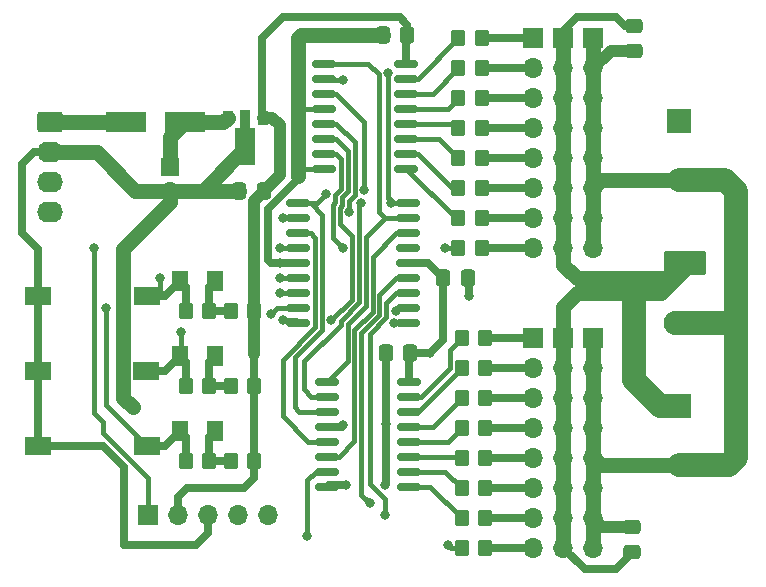
<source format=gtl>
%TF.GenerationSoftware,KiCad,Pcbnew,(5.99.0-9393-ga28cb98626)*%
%TF.CreationDate,2021-03-12T19:06:23-08:00*%
%TF.ProjectId,SimpleServoCtrl,53696d70-6c65-4536-9572-766f4374726c,n/c*%
%TF.SameCoordinates,Original*%
%TF.FileFunction,Copper,L1,Top*%
%TF.FilePolarity,Positive*%
%FSLAX46Y46*%
G04 Gerber Fmt 4.6, Leading zero omitted, Abs format (unit mm)*
G04 Created by KiCad (PCBNEW (5.99.0-9393-ga28cb98626)) date 2021-03-12 19:06:23*
%MOMM*%
%LPD*%
G01*
G04 APERTURE LIST*
G04 Aperture macros list*
%AMRoundRect*
0 Rectangle with rounded corners*
0 $1 Rounding radius*
0 $2 $3 $4 $5 $6 $7 $8 $9 X,Y pos of 4 corners*
0 Add a 4 corners polygon primitive as box body*
4,1,4,$2,$3,$4,$5,$6,$7,$8,$9,$2,$3,0*
0 Add four circle primitives for the rounded corners*
1,1,$1+$1,$2,$3*
1,1,$1+$1,$4,$5*
1,1,$1+$1,$6,$7*
1,1,$1+$1,$8,$9*
0 Add four rect primitives between the rounded corners*
20,1,$1+$1,$2,$3,$4,$5,0*
20,1,$1+$1,$4,$5,$6,$7,0*
20,1,$1+$1,$6,$7,$8,$9,0*
20,1,$1+$1,$8,$9,$2,$3,0*%
%AMFreePoly0*
4,1,9,3.862500,-0.866500,0.737500,-0.866500,0.737500,-0.450000,-0.737500,-0.450000,-0.737500,0.450000,0.737500,0.450000,0.737500,0.866500,3.862500,0.866500,3.862500,-0.866500,3.862500,-0.866500,$1*%
G04 Aperture macros list end*
%TA.AperFunction,SMDPad,CuDef*%
%ADD10FreePoly0,270.000000*%
%TD*%
%TA.AperFunction,SMDPad,CuDef*%
%ADD11R,0.900000X1.300000*%
%TD*%
%TA.AperFunction,SMDPad,CuDef*%
%ADD12RoundRect,0.150000X-0.837500X-0.150000X0.837500X-0.150000X0.837500X0.150000X-0.837500X0.150000X0*%
%TD*%
%TA.AperFunction,SMDPad,CuDef*%
%ADD13RoundRect,0.150000X-0.875000X-0.150000X0.875000X-0.150000X0.875000X0.150000X-0.875000X0.150000X0*%
%TD*%
%TA.AperFunction,SMDPad,CuDef*%
%ADD14R,2.180000X1.600000*%
%TD*%
%TA.AperFunction,SMDPad,CuDef*%
%ADD15RoundRect,0.250000X0.350000X0.450000X-0.350000X0.450000X-0.350000X-0.450000X0.350000X-0.450000X0*%
%TD*%
%TA.AperFunction,SMDPad,CuDef*%
%ADD16RoundRect,0.250000X-0.350000X-0.450000X0.350000X-0.450000X0.350000X0.450000X-0.350000X0.450000X0*%
%TD*%
%TA.AperFunction,ComponentPad*%
%ADD17O,3.600000X2.080000*%
%TD*%
%TA.AperFunction,ComponentPad*%
%ADD18RoundRect,0.249999X-1.550001X0.790001X-1.550001X-0.790001X1.550001X-0.790001X1.550001X0.790001X0*%
%TD*%
%TA.AperFunction,ComponentPad*%
%ADD19O,1.700000X1.700000*%
%TD*%
%TA.AperFunction,ComponentPad*%
%ADD20R,1.700000X1.700000*%
%TD*%
%TA.AperFunction,ComponentPad*%
%ADD21O,2.190000X1.740000*%
%TD*%
%TA.AperFunction,ComponentPad*%
%ADD22RoundRect,0.250000X-0.845000X0.620000X-0.845000X-0.620000X0.845000X-0.620000X0.845000X0.620000X0*%
%TD*%
%TA.AperFunction,SMDPad,CuDef*%
%ADD23R,3.500000X1.800000*%
%TD*%
%TA.AperFunction,SMDPad,CuDef*%
%ADD24RoundRect,0.250001X0.462499X0.624999X-0.462499X0.624999X-0.462499X-0.624999X0.462499X-0.624999X0*%
%TD*%
%TA.AperFunction,SMDPad,CuDef*%
%ADD25RoundRect,0.250000X0.475000X-0.337500X0.475000X0.337500X-0.475000X0.337500X-0.475000X-0.337500X0*%
%TD*%
%TA.AperFunction,SMDPad,CuDef*%
%ADD26RoundRect,0.250000X-0.475000X0.337500X-0.475000X-0.337500X0.475000X-0.337500X0.475000X0.337500X0*%
%TD*%
%TA.AperFunction,ComponentPad*%
%ADD27C,2.000000*%
%TD*%
%TA.AperFunction,ComponentPad*%
%ADD28R,2.000000X2.000000*%
%TD*%
%TA.AperFunction,SMDPad,CuDef*%
%ADD29RoundRect,0.250000X0.337500X0.475000X-0.337500X0.475000X-0.337500X-0.475000X0.337500X-0.475000X0*%
%TD*%
%TA.AperFunction,SMDPad,CuDef*%
%ADD30RoundRect,0.250000X-0.337500X-0.475000X0.337500X-0.475000X0.337500X0.475000X-0.337500X0.475000X0*%
%TD*%
%TA.AperFunction,ComponentPad*%
%ADD31C,1.600000*%
%TD*%
%TA.AperFunction,ComponentPad*%
%ADD32R,1.600000X1.600000*%
%TD*%
%TA.AperFunction,ViaPad*%
%ADD33C,0.800000*%
%TD*%
%TA.AperFunction,Conductor*%
%ADD34C,1.270000*%
%TD*%
%TA.AperFunction,Conductor*%
%ADD35C,0.381000*%
%TD*%
%TA.AperFunction,Conductor*%
%ADD36C,1.016000*%
%TD*%
%TA.AperFunction,Conductor*%
%ADD37C,0.635000*%
%TD*%
%TA.AperFunction,Conductor*%
%ADD38C,2.032000*%
%TD*%
G04 APERTURE END LIST*
D10*
%TO.P,U4,2,GND*%
%TO.N,GND*%
X149606000Y-62699500D03*
D11*
%TO.P,U4,3,IN*%
%TO.N,Net-(C1-Pad1)*%
X148106000Y-62612000D03*
%TO.P,U4,1,OUT*%
%TO.N,+5V*%
X151106000Y-62612000D03*
%TD*%
D12*
%TO.P,U3,16,VCC*%
%TO.N,+5V*%
X163482500Y-84963000D03*
%TO.P,U3,15,Y0*%
%TO.N,Net-(R9-Pad1)*%
X163482500Y-86233000D03*
%TO.P,U3,14,Y1*%
%TO.N,Net-(R10-Pad1)*%
X163482500Y-87503000D03*
%TO.P,U3,13,Y2*%
%TO.N,Net-(R11-Pad1)*%
X163482500Y-88773000D03*
%TO.P,U3,12,Y3*%
%TO.N,Net-(R12-Pad1)*%
X163482500Y-90043000D03*
%TO.P,U3,11,Y4*%
%TO.N,Net-(R13-Pad1)*%
X163482500Y-91313000D03*
%TO.P,U3,10,Y5*%
%TO.N,Net-(R14-Pad1)*%
X163482500Y-92583000D03*
%TO.P,U3,9,Y6*%
%TO.N,Net-(R15-Pad1)*%
X163482500Y-93853000D03*
%TO.P,U3,8,GND*%
%TO.N,GND*%
X156557500Y-93853000D03*
%TO.P,U3,7,Y7*%
%TO.N,Net-(R16-Pad1)*%
X156557500Y-92583000D03*
%TO.P,U3,6,E2*%
%TO.N,/CCP2*%
X156557500Y-91313000D03*
%TO.P,U3,5,~E1*%
%TO.N,Net-(U1-Pad3)*%
X156557500Y-90043000D03*
%TO.P,U3,4,~LE*%
%TO.N,GND*%
X156557500Y-88773000D03*
%TO.P,U3,3,A2*%
%TO.N,Net-(U1-Pad1)*%
X156557500Y-87503000D03*
%TO.P,U3,2,A1*%
%TO.N,Net-(U1-Pad18)*%
X156557500Y-86233000D03*
%TO.P,U3,1,A0*%
%TO.N,Net-(U1-Pad17)*%
X156557500Y-84963000D03*
%TD*%
%TO.P,U2,16,VCC*%
%TO.N,+5V*%
X163228500Y-58039000D03*
%TO.P,U2,15,Y0*%
%TO.N,Net-(R1-Pad1)*%
X163228500Y-59309000D03*
%TO.P,U2,14,Y1*%
%TO.N,Net-(R2-Pad1)*%
X163228500Y-60579000D03*
%TO.P,U2,13,Y2*%
%TO.N,Net-(R3-Pad1)*%
X163228500Y-61849000D03*
%TO.P,U2,12,Y3*%
%TO.N,Net-(R4-Pad1)*%
X163228500Y-63119000D03*
%TO.P,U2,11,Y4*%
%TO.N,Net-(R5-Pad1)*%
X163228500Y-64389000D03*
%TO.P,U2,10,Y5*%
%TO.N,Net-(R6-Pad1)*%
X163228500Y-65659000D03*
%TO.P,U2,9,Y6*%
%TO.N,Net-(R7-Pad1)*%
X163228500Y-66929000D03*
%TO.P,U2,8,GND*%
%TO.N,GND*%
X156303500Y-66929000D03*
%TO.P,U2,7,Y7*%
%TO.N,Net-(R8-Pad1)*%
X156303500Y-65659000D03*
%TO.P,U2,6,E2*%
%TO.N,/CCP1*%
X156303500Y-64389000D03*
%TO.P,U2,5,~E1*%
%TO.N,Net-(U1-Pad2)*%
X156303500Y-63119000D03*
%TO.P,U2,4,~LE*%
%TO.N,GND*%
X156303500Y-61849000D03*
%TO.P,U2,3,A2*%
%TO.N,Net-(U1-Pad1)*%
X156303500Y-60579000D03*
%TO.P,U2,2,A1*%
%TO.N,Net-(U1-Pad18)*%
X156303500Y-59309000D03*
%TO.P,U2,1,A0*%
%TO.N,Net-(U1-Pad17)*%
X156303500Y-58039000D03*
%TD*%
D13*
%TO.P,U1,18,AN1/RA1*%
%TO.N,Net-(U1-Pad18)*%
X163400000Y-69850000D03*
%TO.P,U1,17,AN0/RA0*%
%TO.N,Net-(U1-Pad17)*%
X163400000Y-71120000D03*
%TO.P,U1,16,CLKIN/OSC1/RA7*%
%TO.N,/CCP2*%
X163400000Y-72390000D03*
%TO.P,U1,15,CLKOUT/OSC2/RA6*%
%TO.N,unconnected-(U1-Pad15)*%
X163400000Y-73660000D03*
%TO.P,U1,14,VDD*%
%TO.N,+5V*%
X163400000Y-74930000D03*
%TO.P,U1,13,RB7/T1OSI/PGD*%
%TO.N,PGD*%
X163400000Y-76200000D03*
%TO.P,U1,12,RB6/T1OSC0/T1CKI/PGC*%
%TO.N,PGC*%
X163400000Y-77470000D03*
%TO.P,U1,11,RB5*%
%TO.N,SW3*%
X163400000Y-78740000D03*
%TO.P,U1,10,RB4/PGM*%
%TO.N,SW2*%
X163400000Y-80010000D03*
%TO.P,U1,9,RB3/CCP1*%
%TO.N,/CCP1*%
X154100000Y-80010000D03*
%TO.P,U1,8,RB2/TX/CK*%
%TO.N,TX*%
X154100000Y-78740000D03*
%TO.P,U1,7,RB1/RX/DT*%
%TO.N,RX*%
X154100000Y-77470000D03*
%TO.P,U1,6,RB0/INT*%
%TO.N,SW1*%
X154100000Y-76200000D03*
%TO.P,U1,5,VSS*%
%TO.N,GND*%
X154100000Y-74930000D03*
%TO.P,U1,4,~MCLR~/Vpp/RA5*%
%TO.N,VPP*%
X154100000Y-73660000D03*
%TO.P,U1,3,TOCKI/CMP2/RA4*%
%TO.N,Net-(U1-Pad3)*%
X154100000Y-72390000D03*
%TO.P,U1,2,CMP1/AN3/RA3*%
%TO.N,Net-(U1-Pad2)*%
X154100000Y-71120000D03*
%TO.P,U1,1,Vref/AN2/RA2*%
%TO.N,Net-(U1-Pad1)*%
X154100000Y-69850000D03*
%TD*%
D14*
%TO.P,SW3,2,2*%
%TO.N,SW3*%
X141242000Y-90424000D03*
%TO.P,SW3,1,1*%
%TO.N,GND*%
X132062000Y-90424000D03*
%TD*%
%TO.P,SW2,2,2*%
%TO.N,SW2*%
X141202225Y-84074000D03*
%TO.P,SW2,1,1*%
%TO.N,GND*%
X132022225Y-84074000D03*
%TD*%
%TO.P,SW1,2,2*%
%TO.N,SW1*%
X141242000Y-77724000D03*
%TO.P,SW1,1,1*%
%TO.N,GND*%
X132062000Y-77724000D03*
%TD*%
D15*
%TO.P,R22,2*%
%TO.N,SW3*%
X144542000Y-91694000D03*
%TO.P,R22,1*%
%TO.N,Net-(D3-Pad1)*%
X146542000Y-91694000D03*
%TD*%
%TO.P,R21,2*%
%TO.N,Net-(D3-Pad1)*%
X148352000Y-91694000D03*
%TO.P,R21,1*%
%TO.N,+5V*%
X150352000Y-91694000D03*
%TD*%
%TO.P,R20,2*%
%TO.N,SW2*%
X144542000Y-85344000D03*
%TO.P,R20,1*%
%TO.N,Net-(D2-Pad1)*%
X146542000Y-85344000D03*
%TD*%
%TO.P,R19,2*%
%TO.N,Net-(D2-Pad1)*%
X148352000Y-85344000D03*
%TO.P,R19,1*%
%TO.N,+5V*%
X150352000Y-85344000D03*
%TD*%
%TO.P,R18,2*%
%TO.N,SW1*%
X144542000Y-78994000D03*
%TO.P,R18,1*%
%TO.N,Net-(D1-Pad1)*%
X146542000Y-78994000D03*
%TD*%
%TO.P,R17,2*%
%TO.N,Net-(D1-Pad1)*%
X148352000Y-78994000D03*
%TO.P,R17,1*%
%TO.N,+5V*%
X150352000Y-78994000D03*
%TD*%
D16*
%TO.P,R16,2*%
%TO.N,Net-(J3-Pad8)*%
X169910000Y-99060000D03*
%TO.P,R16,1*%
%TO.N,Net-(R16-Pad1)*%
X167910000Y-99060000D03*
%TD*%
%TO.P,R15,2*%
%TO.N,Net-(J3-Pad7)*%
X169910000Y-96520000D03*
%TO.P,R15,1*%
%TO.N,Net-(R15-Pad1)*%
X167910000Y-96520000D03*
%TD*%
%TO.P,R14,2*%
%TO.N,Net-(J3-Pad6)*%
X169910000Y-93980000D03*
%TO.P,R14,1*%
%TO.N,Net-(R14-Pad1)*%
X167910000Y-93980000D03*
%TD*%
%TO.P,R13,2*%
%TO.N,Net-(J3-Pad5)*%
X169910000Y-91440000D03*
%TO.P,R13,1*%
%TO.N,Net-(R13-Pad1)*%
X167910000Y-91440000D03*
%TD*%
%TO.P,R12,2*%
%TO.N,Net-(J3-Pad4)*%
X169910000Y-88900000D03*
%TO.P,R12,1*%
%TO.N,Net-(R12-Pad1)*%
X167910000Y-88900000D03*
%TD*%
%TO.P,R11,2*%
%TO.N,Net-(J3-Pad3)*%
X169910000Y-86360000D03*
%TO.P,R11,1*%
%TO.N,Net-(R11-Pad1)*%
X167910000Y-86360000D03*
%TD*%
%TO.P,R10,2*%
%TO.N,Net-(J3-Pad2)*%
X169910000Y-83820000D03*
%TO.P,R10,1*%
%TO.N,Net-(R10-Pad1)*%
X167910000Y-83820000D03*
%TD*%
%TO.P,R9,2*%
%TO.N,Net-(J3-Pad1)*%
X169910000Y-81280000D03*
%TO.P,R9,1*%
%TO.N,Net-(R9-Pad1)*%
X167910000Y-81280000D03*
%TD*%
%TO.P,R8,2*%
%TO.N,Net-(J2-Pad8)*%
X169640000Y-73660000D03*
%TO.P,R8,1*%
%TO.N,Net-(R8-Pad1)*%
X167640000Y-73660000D03*
%TD*%
%TO.P,R7,2*%
%TO.N,Net-(J2-Pad7)*%
X169640000Y-71120000D03*
%TO.P,R7,1*%
%TO.N,Net-(R7-Pad1)*%
X167640000Y-71120000D03*
%TD*%
%TO.P,R6,2*%
%TO.N,Net-(J2-Pad6)*%
X169640000Y-68580000D03*
%TO.P,R6,1*%
%TO.N,Net-(R6-Pad1)*%
X167640000Y-68580000D03*
%TD*%
%TO.P,R5,2*%
%TO.N,Net-(J2-Pad5)*%
X169640000Y-66040000D03*
%TO.P,R5,1*%
%TO.N,Net-(R5-Pad1)*%
X167640000Y-66040000D03*
%TD*%
%TO.P,R4,2*%
%TO.N,Net-(J2-Pad4)*%
X169640000Y-63500000D03*
%TO.P,R4,1*%
%TO.N,Net-(R4-Pad1)*%
X167640000Y-63500000D03*
%TD*%
%TO.P,R3,2*%
%TO.N,Net-(J2-Pad3)*%
X169640000Y-60960000D03*
%TO.P,R3,1*%
%TO.N,Net-(R3-Pad1)*%
X167640000Y-60960000D03*
%TD*%
%TO.P,R2,2*%
%TO.N,Net-(J2-Pad2)*%
X169640000Y-58420000D03*
%TO.P,R2,1*%
%TO.N,Net-(R2-Pad1)*%
X167640000Y-58420000D03*
%TD*%
%TO.P,R1,2*%
%TO.N,Net-(J2-Pad1)*%
X169640000Y-55880000D03*
%TO.P,R1,1*%
%TO.N,Net-(R1-Pad1)*%
X167640000Y-55880000D03*
%TD*%
D17*
%TO.P,P1,2,Pin_2*%
%TO.N,GND*%
X186866500Y-80010000D03*
D18*
%TO.P,P1,1,Pin_1*%
%TO.N,+6V*%
X186866500Y-74930000D03*
%TD*%
D19*
%TO.P,J8,5,Pin_5*%
%TO.N,PGC*%
X151521000Y-96282000D03*
%TO.P,J8,4,Pin_4*%
%TO.N,PGD*%
X148981000Y-96282000D03*
%TO.P,J8,3,Pin_3*%
%TO.N,GND*%
X146441000Y-96282000D03*
%TO.P,J8,2,Pin_2*%
%TO.N,+5V*%
X143901000Y-96282000D03*
D20*
%TO.P,J8,1,Pin_1*%
%TO.N,VPP*%
X141361000Y-96282000D03*
%TD*%
D19*
%TO.P,J7,8,Pin_8*%
%TO.N,GND*%
X179070000Y-99060000D03*
%TO.P,J7,7,Pin_7*%
X179070000Y-96520000D03*
%TO.P,J7,6,Pin_6*%
X179070000Y-93980000D03*
%TO.P,J7,5,Pin_5*%
X179070000Y-91440000D03*
%TO.P,J7,4,Pin_4*%
X179070000Y-88900000D03*
%TO.P,J7,3,Pin_3*%
X179070000Y-86360000D03*
%TO.P,J7,2,Pin_2*%
X179070000Y-83820000D03*
D20*
%TO.P,J7,1,Pin_1*%
X179070000Y-81280000D03*
%TD*%
D19*
%TO.P,J6,8,Pin_8*%
%TO.N,GND*%
X179070000Y-73660000D03*
%TO.P,J6,7,Pin_7*%
X179070000Y-71120000D03*
%TO.P,J6,6,Pin_6*%
X179070000Y-68580000D03*
%TO.P,J6,5,Pin_5*%
X179070000Y-66040000D03*
%TO.P,J6,4,Pin_4*%
X179070000Y-63500000D03*
%TO.P,J6,3,Pin_3*%
X179070000Y-60960000D03*
%TO.P,J6,2,Pin_2*%
X179070000Y-58420000D03*
D20*
%TO.P,J6,1,Pin_1*%
X179070000Y-55880000D03*
%TD*%
D19*
%TO.P,J5,8,Pin_8*%
%TO.N,+6V*%
X176530000Y-99060000D03*
%TO.P,J5,7,Pin_7*%
X176530000Y-96520000D03*
%TO.P,J5,6,Pin_6*%
X176530000Y-93980000D03*
%TO.P,J5,5,Pin_5*%
X176530000Y-91440000D03*
%TO.P,J5,4,Pin_4*%
X176530000Y-88900000D03*
%TO.P,J5,3,Pin_3*%
X176530000Y-86360000D03*
%TO.P,J5,2,Pin_2*%
X176530000Y-83820000D03*
D20*
%TO.P,J5,1,Pin_1*%
X176530000Y-81280000D03*
%TD*%
D19*
%TO.P,J4,8,Pin_8*%
%TO.N,+6V*%
X176530000Y-73660000D03*
%TO.P,J4,7,Pin_7*%
X176530000Y-71120000D03*
%TO.P,J4,6,Pin_6*%
X176530000Y-68580000D03*
%TO.P,J4,5,Pin_5*%
X176530000Y-66040000D03*
%TO.P,J4,4,Pin_4*%
X176530000Y-63500000D03*
%TO.P,J4,3,Pin_3*%
X176530000Y-60960000D03*
%TO.P,J4,2,Pin_2*%
X176530000Y-58420000D03*
D20*
%TO.P,J4,1,Pin_1*%
X176530000Y-55880000D03*
%TD*%
D19*
%TO.P,J3,8,Pin_8*%
%TO.N,Net-(J3-Pad8)*%
X173990000Y-99060000D03*
%TO.P,J3,7,Pin_7*%
%TO.N,Net-(J3-Pad7)*%
X173990000Y-96520000D03*
%TO.P,J3,6,Pin_6*%
%TO.N,Net-(J3-Pad6)*%
X173990000Y-93980000D03*
%TO.P,J3,5,Pin_5*%
%TO.N,Net-(J3-Pad5)*%
X173990000Y-91440000D03*
%TO.P,J3,4,Pin_4*%
%TO.N,Net-(J3-Pad4)*%
X173990000Y-88900000D03*
%TO.P,J3,3,Pin_3*%
%TO.N,Net-(J3-Pad3)*%
X173990000Y-86360000D03*
%TO.P,J3,2,Pin_2*%
%TO.N,Net-(J3-Pad2)*%
X173990000Y-83820000D03*
D20*
%TO.P,J3,1,Pin_1*%
%TO.N,Net-(J3-Pad1)*%
X173990000Y-81280000D03*
%TD*%
D19*
%TO.P,J2,8,Pin_8*%
%TO.N,Net-(J2-Pad8)*%
X173990000Y-73660000D03*
%TO.P,J2,7,Pin_7*%
%TO.N,Net-(J2-Pad7)*%
X173990000Y-71120000D03*
%TO.P,J2,6,Pin_6*%
%TO.N,Net-(J2-Pad6)*%
X173990000Y-68580000D03*
%TO.P,J2,5,Pin_5*%
%TO.N,Net-(J2-Pad5)*%
X173990000Y-66040000D03*
%TO.P,J2,4,Pin_4*%
%TO.N,Net-(J2-Pad4)*%
X173990000Y-63500000D03*
%TO.P,J2,3,Pin_3*%
%TO.N,Net-(J2-Pad3)*%
X173990000Y-60960000D03*
%TO.P,J2,2,Pin_2*%
%TO.N,Net-(J2-Pad2)*%
X173990000Y-58420000D03*
D20*
%TO.P,J2,1,Pin_1*%
%TO.N,Net-(J2-Pad1)*%
X173990000Y-55880000D03*
%TD*%
D21*
%TO.P,J1,4,P4*%
%TO.N,RX*%
X133096000Y-70612000D03*
%TO.P,J1,3,P3*%
%TO.N,TX*%
X133096000Y-68072000D03*
%TO.P,J1,2,P2*%
%TO.N,GND*%
X133096000Y-65532000D03*
D22*
%TO.P,J1,1,P1*%
%TO.N,+12V*%
X133096000Y-62992000D03*
%TD*%
D23*
%TO.P,D4,2,K*%
%TO.N,Net-(C1-Pad1)*%
X144486000Y-62992000D03*
%TO.P,D4,1,A*%
%TO.N,+12V*%
X139486000Y-62992000D03*
%TD*%
D24*
%TO.P,D3,2,K*%
%TO.N,SW3*%
X144054500Y-89154000D03*
%TO.P,D3,1,A*%
%TO.N,Net-(D3-Pad1)*%
X147029500Y-89154000D03*
%TD*%
%TO.P,D2,2,K*%
%TO.N,SW2*%
X144054500Y-82804000D03*
%TO.P,D2,1,A*%
%TO.N,Net-(D2-Pad1)*%
X147029500Y-82804000D03*
%TD*%
%TO.P,D1,2,K*%
%TO.N,SW1*%
X144054500Y-76454000D03*
%TO.P,D1,1,A*%
%TO.N,Net-(D1-Pad1)*%
X147029500Y-76454000D03*
%TD*%
D25*
%TO.P,C9,2*%
%TO.N,GND*%
X182372000Y-97282000D03*
%TO.P,C9,1*%
%TO.N,+6V*%
X182372000Y-99357000D03*
%TD*%
D26*
%TO.P,C8,2*%
%TO.N,GND*%
X182509000Y-56955000D03*
%TO.P,C8,1*%
%TO.N,+6V*%
X182509000Y-54880000D03*
%TD*%
D27*
%TO.P,C7,2*%
%TO.N,GND*%
X186319000Y-67926323D03*
D28*
%TO.P,C7,1*%
%TO.N,+6V*%
X186319000Y-62926323D03*
%TD*%
D27*
%TO.P,C6,2*%
%TO.N,GND*%
X186319000Y-92056323D03*
D28*
%TO.P,C6,1*%
%TO.N,+6V*%
X186319000Y-87056323D03*
%TD*%
D29*
%TO.P,C5,2*%
%TO.N,GND*%
X161501000Y-82550000D03*
%TO.P,C5,1*%
%TO.N,+5V*%
X163576000Y-82550000D03*
%TD*%
%TO.P,C4,2*%
%TO.N,GND*%
X161247000Y-55626000D03*
%TO.P,C4,1*%
%TO.N,+5V*%
X163322000Y-55626000D03*
%TD*%
D30*
%TO.P,C3,2*%
%TO.N,GND*%
X168423500Y-76200000D03*
%TO.P,C3,1*%
%TO.N,+5V*%
X166348500Y-76200000D03*
%TD*%
D29*
%TO.P,C2,2*%
%TO.N,GND*%
X149076500Y-68834000D03*
%TO.P,C2,1*%
%TO.N,+5V*%
X151151500Y-68834000D03*
%TD*%
D31*
%TO.P,C1,2*%
%TO.N,GND*%
X143256000Y-68802000D03*
D32*
%TO.P,C1,1*%
%TO.N,Net-(C1-Pad1)*%
X143256000Y-66802000D03*
%TD*%
D33*
%TO.N,GND*%
X140091000Y-87138000D03*
%TO.N,TX*%
X151775000Y-79264000D03*
%TO.N,RX*%
X152537000Y-77486000D03*
%TO.N,+5V*%
X150352000Y-82667000D03*
X165253000Y-82550000D03*
%TO.N,GND*%
X157871000Y-88662000D03*
X161501000Y-88588000D03*
X161427000Y-93742000D03*
X158125000Y-93742000D03*
%TO.N,Net-(U1-Pad2)*%
X158379000Y-70628000D03*
X152791000Y-71136000D03*
%TO.N,/CCP1*%
X152791000Y-79772000D03*
X156887045Y-79772000D03*
%TO.N,GND*%
X152537000Y-74946000D03*
X168539000Y-77740000D03*
X154061000Y-67580000D03*
%TO.N,VPP*%
X152537000Y-73676000D03*
X136789000Y-73676000D03*
%TO.N,SW3*%
X162328565Y-78998739D03*
X137805000Y-78756000D03*
%TO.N,SW2*%
X162189000Y-80026000D03*
X144155000Y-80788000D03*
%TO.N,SW1*%
X142377000Y-76216000D03*
X152537000Y-76216000D03*
%TO.N,PGD*%
X160157000Y-95266000D03*
%TO.N,PGC*%
X161427000Y-96282000D03*
%TO.N,Net-(R16-Pad1)*%
X154823000Y-98060000D03*
X166761000Y-98822000D03*
%TO.N,Net-(U1-Pad1)*%
X159677510Y-68709054D03*
X156427208Y-69096474D03*
%TO.N,Net-(U1-Pad18)*%
X159395000Y-69866000D03*
X161935000Y-69866000D03*
X157871000Y-59452000D03*
X161702276Y-58837370D03*
%TO.N,Net-(R8-Pad1)*%
X166507000Y-73676000D03*
X157842490Y-73676000D03*
%TD*%
D34*
%TO.N,GND*%
X143256000Y-68802000D02*
X143256000Y-69749000D01*
X143256000Y-69749000D02*
X139329000Y-73676000D01*
X139329000Y-73676000D02*
X139277214Y-73727786D01*
X139277214Y-73727786D02*
X139277214Y-86324214D01*
X139277214Y-86324214D02*
X140091000Y-87138000D01*
D35*
%TO.N,TX*%
X152299000Y-78740000D02*
X151775000Y-79264000D01*
X154100000Y-78740000D02*
X152299000Y-78740000D01*
%TO.N,RX*%
X154100000Y-77470000D02*
X152553000Y-77470000D01*
X152553000Y-77470000D02*
X152537000Y-77486000D01*
D36*
%TO.N,+5V*%
X150352000Y-69633500D02*
X150352000Y-70983000D01*
X150352000Y-69633500D02*
X150352000Y-78994000D01*
X151151500Y-68834000D02*
X150352000Y-69633500D01*
D37*
X150352000Y-85344000D02*
X150352000Y-82667000D01*
D36*
X150352000Y-82667000D02*
X150352000Y-78994000D01*
D37*
%TO.N,GND*%
X156557500Y-88773000D02*
X157760000Y-88773000D01*
X157760000Y-88773000D02*
X157871000Y-88662000D01*
D35*
%TO.N,PGC*%
X162375000Y-77470000D02*
X163400000Y-77470000D01*
D37*
%TO.N,GND*%
X161501000Y-93668000D02*
X161427000Y-93742000D01*
D35*
%TO.N,PGC*%
X161538055Y-79526293D02*
X161538055Y-78306945D01*
D37*
%TO.N,GND*%
X158125000Y-93742000D02*
X156668500Y-93742000D01*
D35*
%TO.N,PGC*%
X160157000Y-80907348D02*
X161538055Y-79526293D01*
D37*
%TO.N,GND*%
X161501000Y-82550000D02*
X161501000Y-93668000D01*
D35*
%TO.N,PGC*%
X161538055Y-78306945D02*
X162375000Y-77470000D01*
X161427000Y-94911942D02*
X160157000Y-93641942D01*
D37*
%TO.N,GND*%
X156668500Y-93742000D02*
X156557500Y-93853000D01*
D35*
%TO.N,PGC*%
X161427000Y-96282000D02*
X161427000Y-94911942D01*
X160157000Y-93641942D02*
X160157000Y-80907348D01*
D37*
%TO.N,+5V*%
X166348500Y-81454500D02*
X166348500Y-76200000D01*
X163576000Y-82550000D02*
X165253000Y-82550000D01*
X165253000Y-82550000D02*
X166348500Y-81454500D01*
D35*
%TO.N,Net-(U1-Pad2)*%
X158379000Y-70628000D02*
X158379000Y-69712043D01*
X158379000Y-69712043D02*
X158887000Y-69204043D01*
%TO.N,Net-(R8-Pad1)*%
X157216978Y-69798406D02*
X157007488Y-70007896D01*
X157216978Y-69130676D02*
X157216978Y-69798406D01*
%TO.N,/CCP1*%
X158633000Y-78026045D02*
X156887045Y-79772000D01*
%TO.N,Net-(U1-Pad2)*%
X158887000Y-64715000D02*
X158887000Y-69204043D01*
%TO.N,/CCP1*%
X157588499Y-70248559D02*
X157588499Y-71615499D01*
%TO.N,Net-(R8-Pad1)*%
X157291000Y-65659000D02*
X157724978Y-66092978D01*
%TO.N,/CCP1*%
X158633000Y-72660000D02*
X158633000Y-78026045D01*
%TO.N,Net-(R8-Pad1)*%
X157724978Y-66092978D02*
X157724978Y-68622675D01*
X157007488Y-72840998D02*
X157842490Y-73676000D01*
%TO.N,/CCP1*%
X158305989Y-68863338D02*
X157797989Y-69371338D01*
X157797989Y-70039069D02*
X157588499Y-70248559D01*
X156303500Y-64389000D02*
X157291000Y-64389000D01*
X157797989Y-69371338D02*
X157797989Y-70039069D01*
%TO.N,Net-(U1-Pad2)*%
X154084000Y-71136000D02*
X154100000Y-71120000D01*
%TO.N,/CCP1*%
X157588499Y-71615499D02*
X158633000Y-72660000D01*
%TO.N,Net-(R8-Pad1)*%
X157724978Y-68622675D02*
X157216978Y-69130676D01*
X157007488Y-70007896D02*
X157007488Y-72840998D01*
%TO.N,Net-(U1-Pad1)*%
X156303500Y-60579000D02*
X157291000Y-60579000D01*
%TO.N,/CCP1*%
X157291000Y-64389000D02*
X158305989Y-65403989D01*
%TO.N,Net-(U1-Pad2)*%
X156303500Y-63119000D02*
X157291000Y-63119000D01*
X157291000Y-63119000D02*
X158887000Y-64715000D01*
%TO.N,Net-(R8-Pad1)*%
X156303500Y-65659000D02*
X157291000Y-65659000D01*
%TO.N,Net-(U1-Pad1)*%
X154100000Y-69850000D02*
X155673682Y-69850000D01*
X155673682Y-69850000D02*
X156427208Y-69096474D01*
X159677510Y-62965510D02*
X159677510Y-68709054D01*
%TO.N,Net-(U1-Pad2)*%
X152791000Y-71136000D02*
X154084000Y-71136000D01*
%TO.N,Net-(U1-Pad1)*%
X157291000Y-60579000D02*
X159677510Y-62965510D01*
%TO.N,/CCP1*%
X158305989Y-65403989D02*
X158305989Y-68863338D01*
X153862000Y-79772000D02*
X154100000Y-80010000D01*
X152791000Y-79772000D02*
X153862000Y-79772000D01*
%TO.N,Net-(U1-Pad17)*%
X158258553Y-83261947D02*
X158258553Y-80106063D01*
%TO.N,/CCP2*%
X160376033Y-74388967D02*
X160376033Y-79044967D01*
%TO.N,Net-(U1-Pad3)*%
X152791000Y-83108412D02*
X155515520Y-80383892D01*
X155515520Y-72780520D02*
X155125000Y-72390000D01*
%TO.N,Net-(U1-Pad1)*%
X153807000Y-87138000D02*
X153807000Y-82914086D01*
%TO.N,PGD*%
X159420575Y-94529575D02*
X159420575Y-80822099D01*
%TO.N,/CCP2*%
X160376033Y-79044967D02*
X158839564Y-80581436D01*
%TO.N,Net-(U1-Pad3)*%
X155125000Y-72390000D02*
X154100000Y-72390000D01*
%TO.N,Net-(U1-Pad1)*%
X156557500Y-87503000D02*
X154172000Y-87503000D01*
X156096531Y-80624555D02*
X156096531Y-70821531D01*
%TO.N,Net-(U1-Pad3)*%
X152791000Y-87900000D02*
X152791000Y-83108412D01*
%TO.N,PGD*%
X160157000Y-95266000D02*
X159420575Y-94529575D01*
%TO.N,/CCP2*%
X158839564Y-90018436D02*
X157545000Y-91313000D01*
%TO.N,PGD*%
X159420575Y-80822099D02*
X160957044Y-79285630D01*
%TO.N,Net-(U1-Pad17)*%
X158258553Y-80106063D02*
X159795022Y-78569594D01*
%TO.N,Net-(U1-Pad18)*%
X156557500Y-86233000D02*
X155188000Y-86233000D01*
X159214011Y-78266704D02*
X159214011Y-70046989D01*
X154569000Y-85614000D02*
X154569000Y-83259983D01*
%TO.N,PGD*%
X160957044Y-79285630D02*
X160957044Y-77617956D01*
X160957044Y-77617956D02*
X162375000Y-76200000D01*
%TO.N,Net-(U1-Pad18)*%
X159214011Y-70046989D02*
X159395000Y-69866000D01*
%TO.N,PGD*%
X162375000Y-76200000D02*
X163400000Y-76200000D01*
%TO.N,Net-(U1-Pad3)*%
X155515520Y-80383892D02*
X155515520Y-72780520D01*
%TO.N,Net-(U1-Pad1)*%
X154172000Y-87503000D02*
X153807000Y-87138000D01*
%TO.N,/CCP2*%
X157545000Y-91313000D02*
X156557500Y-91313000D01*
%TO.N,Net-(U1-Pad18)*%
X157677542Y-79803173D02*
X159214011Y-78266704D01*
%TO.N,Net-(U1-Pad17)*%
X159795022Y-78569594D02*
X159795022Y-72735978D01*
%TO.N,Net-(U1-Pad18)*%
X155188000Y-86233000D02*
X154569000Y-85614000D01*
%TO.N,Net-(U1-Pad17)*%
X159795022Y-72735978D02*
X161411000Y-71120000D01*
%TO.N,Net-(U1-Pad18)*%
X154569000Y-83259983D02*
X157677542Y-80151441D01*
%TO.N,/CCP2*%
X163400000Y-72390000D02*
X162375000Y-72390000D01*
%TO.N,SW3*%
X163400000Y-78740000D02*
X162587304Y-78740000D01*
%TO.N,Net-(U1-Pad1)*%
X156096531Y-70821531D02*
X155125000Y-69850000D01*
%TO.N,/CCP2*%
X158839564Y-80581436D02*
X158839564Y-90018436D01*
%TO.N,Net-(U1-Pad1)*%
X155125000Y-69850000D02*
X154100000Y-69850000D01*
%TO.N,Net-(U1-Pad17)*%
X156557500Y-84963000D02*
X158258553Y-83261947D01*
%TO.N,/CCP2*%
X162375000Y-72390000D02*
X160376033Y-74388967D01*
%TO.N,Net-(U1-Pad18)*%
X157677542Y-80151441D02*
X157677542Y-79803173D01*
%TO.N,Net-(U1-Pad3)*%
X154934000Y-90043000D02*
X152791000Y-87900000D01*
X156557500Y-90043000D02*
X154934000Y-90043000D01*
%TO.N,SW3*%
X162587304Y-78740000D02*
X162328565Y-78998739D01*
%TO.N,Net-(U1-Pad1)*%
X153807000Y-82914086D02*
X156096531Y-80624555D01*
D37*
%TO.N,+5V*%
X151013000Y-62519000D02*
X151106000Y-62612000D01*
X163322000Y-55626000D02*
X163322000Y-54743000D01*
X163322000Y-54743000D02*
X162697000Y-54118000D01*
X162697000Y-54118000D02*
X152791000Y-54118000D01*
X152791000Y-54118000D02*
X151013000Y-55896000D01*
X151013000Y-55896000D02*
X151013000Y-62519000D01*
%TO.N,GND*%
X151521000Y-70362438D02*
X154061000Y-67822438D01*
X152537000Y-74946000D02*
X151775000Y-74946000D01*
X151775000Y-74946000D02*
X151521000Y-74692000D01*
X151521000Y-74692000D02*
X151521000Y-70362438D01*
X154061000Y-67822438D02*
X154061000Y-67580000D01*
X154100000Y-74930000D02*
X152553000Y-74930000D01*
X152553000Y-74930000D02*
X152537000Y-74946000D01*
X168539000Y-76315500D02*
X168423500Y-76200000D01*
X168539000Y-77740000D02*
X168539000Y-76315500D01*
D34*
X154331000Y-55626000D02*
X161247000Y-55626000D01*
X154061000Y-67580000D02*
X154061000Y-55896000D01*
X154061000Y-55896000D02*
X154331000Y-55626000D01*
D37*
X131725000Y-65532000D02*
X133096000Y-65532000D01*
X130693000Y-72406000D02*
X130693000Y-66564000D01*
X132062000Y-77724000D02*
X132062000Y-73775000D01*
X132062000Y-73775000D02*
X130693000Y-72406000D01*
X130693000Y-66564000D02*
X131725000Y-65532000D01*
%TO.N,Net-(J3-Pad8)*%
X169910000Y-99060000D02*
X173990000Y-99060000D01*
%TO.N,Net-(J3-Pad7)*%
X169910000Y-96520000D02*
X173990000Y-96520000D01*
%TO.N,Net-(J3-Pad6)*%
X169910000Y-93980000D02*
X173990000Y-93980000D01*
%TO.N,Net-(J3-Pad5)*%
X169910000Y-91440000D02*
X173990000Y-91440000D01*
%TO.N,Net-(J3-Pad4)*%
X169910000Y-88900000D02*
X173990000Y-88900000D01*
%TO.N,Net-(J3-Pad3)*%
X169910000Y-86360000D02*
X173990000Y-86360000D01*
%TO.N,Net-(J3-Pad2)*%
X169910000Y-83820000D02*
X173990000Y-83820000D01*
%TO.N,Net-(J3-Pad1)*%
X169910000Y-81280000D02*
X173990000Y-81280000D01*
D35*
%TO.N,VPP*%
X154100000Y-73660000D02*
X152553000Y-73660000D01*
X136789000Y-73676000D02*
X136789000Y-87646000D01*
X141361000Y-93135920D02*
X141361000Y-96282000D01*
X136789000Y-87646000D02*
X137551000Y-88408000D01*
X152553000Y-73660000D02*
X152537000Y-73676000D01*
X137551000Y-88408000D02*
X137551000Y-89325920D01*
X137551000Y-89325920D02*
X141361000Y-93135920D01*
%TO.N,SW3*%
X137805000Y-78756000D02*
X137805000Y-86987000D01*
X137805000Y-86987000D02*
X141242000Y-90424000D01*
%TO.N,SW2*%
X163400000Y-80010000D02*
X162205000Y-80010000D01*
X162205000Y-80010000D02*
X162189000Y-80026000D01*
X144155000Y-80788000D02*
X144155000Y-82703500D01*
X144155000Y-82703500D02*
X144054500Y-82804000D01*
%TO.N,SW1*%
X154100000Y-76200000D02*
X152553000Y-76200000D01*
X152553000Y-76200000D02*
X152537000Y-76216000D01*
X142377000Y-76216000D02*
X142377000Y-77316500D01*
X142377000Y-77316500D02*
X142784500Y-77724000D01*
D37*
%TO.N,GND*%
X139329000Y-92218000D02*
X138821000Y-91710000D01*
X146441000Y-96282000D02*
X146441000Y-97806000D01*
X145425000Y-98822000D02*
X139329000Y-98822000D01*
X139329000Y-92218000D02*
X137535000Y-90424000D01*
X146441000Y-97806000D02*
X145425000Y-98822000D01*
X139329000Y-98822000D02*
X139329000Y-92218000D01*
X137535000Y-90424000D02*
X132062000Y-90424000D01*
%TO.N,+5V*%
X143901000Y-96282000D02*
X143901000Y-94758000D01*
X150352000Y-93133000D02*
X150352000Y-91694000D01*
X143901000Y-94758000D02*
X144663000Y-93996000D01*
X144663000Y-93996000D02*
X149489000Y-93996000D01*
X149489000Y-93996000D02*
X150352000Y-93133000D01*
D35*
%TO.N,Net-(R16-Pad1)*%
X167910000Y-99060000D02*
X166999000Y-99060000D01*
X155570000Y-92583000D02*
X156557500Y-92583000D01*
X166999000Y-99060000D02*
X166761000Y-98822000D01*
X154823000Y-98060000D02*
X154823000Y-93330000D01*
X154823000Y-93330000D02*
X155570000Y-92583000D01*
%TO.N,Net-(U1-Pad18)*%
X161935000Y-69866000D02*
X163384000Y-69866000D01*
X163384000Y-69866000D02*
X163400000Y-69850000D01*
X162173000Y-69850000D02*
X161935000Y-69612000D01*
X161702276Y-69379276D02*
X161702276Y-58837370D01*
X157871000Y-59452000D02*
X156446500Y-59452000D01*
X163400000Y-69850000D02*
X162173000Y-69850000D01*
X161935000Y-69612000D02*
X161702276Y-69379276D01*
X156446500Y-59452000D02*
X156303500Y-59309000D01*
%TO.N,Net-(U1-Pad17)*%
X161411000Y-71120000D02*
X163400000Y-71120000D01*
X156303500Y-58039000D02*
X160014000Y-58039000D01*
X160014000Y-58039000D02*
X160919000Y-58944000D01*
X160919000Y-70628000D02*
X161411000Y-71120000D01*
X160919000Y-58944000D02*
X160919000Y-70628000D01*
%TO.N,GND*%
X154458000Y-61849000D02*
X156303500Y-61849000D01*
X156303500Y-66929000D02*
X154426000Y-66929000D01*
X154426000Y-66929000D02*
X154061000Y-66564000D01*
X154061000Y-66564000D02*
X154061000Y-62246000D01*
X154061000Y-62246000D02*
X154458000Y-61849000D01*
%TO.N,Net-(R8-Pad1)*%
X166523000Y-73660000D02*
X166507000Y-73676000D01*
X167640000Y-73660000D02*
X166523000Y-73660000D01*
D37*
%TO.N,+6V*%
X178324000Y-100854000D02*
X176530000Y-99060000D01*
X182372000Y-99357000D02*
X182372000Y-99467000D01*
X182372000Y-99467000D02*
X180985000Y-100854000D01*
X180985000Y-100854000D02*
X178324000Y-100854000D01*
X180985000Y-54118000D02*
X177683000Y-54118000D01*
X182509000Y-54880000D02*
X181747000Y-54880000D01*
X181747000Y-54880000D02*
X180985000Y-54118000D01*
X177683000Y-54118000D02*
X176530000Y-55271000D01*
X176530000Y-55271000D02*
X176530000Y-55880000D01*
D34*
X177683000Y-77486000D02*
X182509000Y-77486000D01*
X182509000Y-77486000D02*
X184795000Y-77486000D01*
D38*
X182509000Y-84852000D02*
X182509000Y-77486000D01*
X186319000Y-87056323D02*
X184713323Y-87056323D01*
X184713323Y-87056323D02*
X182509000Y-84852000D01*
D34*
X186866500Y-75414500D02*
X186866500Y-74930000D01*
X176530000Y-81280000D02*
X176530000Y-78639000D01*
X176530000Y-78639000D02*
X177683000Y-77486000D01*
X184795000Y-77486000D02*
X186866500Y-75414500D01*
X185580500Y-76216000D02*
X186866500Y-74930000D01*
X176530000Y-73660000D02*
X176530000Y-75063000D01*
X176530000Y-75063000D02*
X177683000Y-76216000D01*
X177683000Y-76216000D02*
X185580500Y-76216000D01*
D38*
%TO.N,GND*%
X191145000Y-68850000D02*
X191145000Y-80280000D01*
X191145000Y-80280000D02*
X191145000Y-91456000D01*
X186866500Y-80010000D02*
X190875000Y-80010000D01*
X190875000Y-80010000D02*
X191145000Y-80280000D01*
X190544677Y-92056323D02*
X186319000Y-92056323D01*
X191145000Y-91456000D02*
X190544677Y-92056323D01*
X186319000Y-67926323D02*
X190221323Y-67926323D01*
X190221323Y-67926323D02*
X191145000Y-68850000D01*
D36*
X182509000Y-56955000D02*
X180535000Y-56955000D01*
X180535000Y-56955000D02*
X179070000Y-58420000D01*
X182372000Y-97282000D02*
X179832000Y-97282000D01*
X179832000Y-97282000D02*
X179070000Y-96520000D01*
D34*
X186319000Y-92056323D02*
X179686323Y-92056323D01*
X179686323Y-92056323D02*
X179070000Y-91440000D01*
X186319000Y-67926323D02*
X179723677Y-67926323D01*
X179723677Y-67926323D02*
X179070000Y-68580000D01*
D37*
%TO.N,+5V*%
X150352000Y-91694000D02*
X150352000Y-85344000D01*
X163482500Y-84963000D02*
X163482500Y-82643500D01*
X163482500Y-82643500D02*
X163576000Y-82550000D01*
%TO.N,Net-(D1-Pad1)*%
X146542000Y-78994000D02*
X148352000Y-78994000D01*
X146542000Y-78994000D02*
X146542000Y-76941500D01*
X146542000Y-76941500D02*
X147029500Y-76454000D01*
%TO.N,Net-(D2-Pad1)*%
X146542000Y-85344000D02*
X148352000Y-85344000D01*
X146542000Y-85344000D02*
X146542000Y-83291500D01*
X146542000Y-83291500D02*
X147029500Y-82804000D01*
%TO.N,Net-(D3-Pad1)*%
X146542000Y-91694000D02*
X148352000Y-91694000D01*
X146542000Y-91694000D02*
X146542000Y-89641500D01*
X146542000Y-89641500D02*
X147029500Y-89154000D01*
%TO.N,SW3*%
X144542000Y-91694000D02*
X144542000Y-89641500D01*
X144542000Y-89641500D02*
X144054500Y-89154000D01*
X141242000Y-90424000D02*
X142784500Y-90424000D01*
X142784500Y-90424000D02*
X144054500Y-89154000D01*
%TO.N,SW2*%
X144542000Y-85344000D02*
X144542000Y-83291500D01*
X144542000Y-83291500D02*
X144054500Y-82804000D01*
X141202225Y-84074000D02*
X142784500Y-84074000D01*
X142784500Y-84074000D02*
X144054500Y-82804000D01*
%TO.N,SW1*%
X144542000Y-78994000D02*
X144542000Y-76941500D01*
X144542000Y-76941500D02*
X144054500Y-76454000D01*
X141242000Y-77724000D02*
X142784500Y-77724000D01*
X142784500Y-77724000D02*
X144054500Y-76454000D01*
%TO.N,GND*%
X132022225Y-84074000D02*
X132022225Y-77763775D01*
X132022225Y-77763775D02*
X132062000Y-77724000D01*
X132062000Y-90424000D02*
X132062000Y-84113775D01*
X132062000Y-84113775D02*
X132022225Y-84074000D01*
%TO.N,+5V*%
X163400000Y-74930000D02*
X165078500Y-74930000D01*
X165078500Y-74930000D02*
X166348500Y-76200000D01*
X163228500Y-58039000D02*
X163228500Y-55719500D01*
X163228500Y-55719500D02*
X163322000Y-55626000D01*
D36*
X151887000Y-62612000D02*
X152537000Y-63262000D01*
X151106000Y-62612000D02*
X151887000Y-62612000D01*
X152537000Y-67448500D02*
X151151500Y-68834000D01*
X152537000Y-63262000D02*
X152537000Y-67448500D01*
D34*
%TO.N,GND*%
X145981000Y-68802000D02*
X149044500Y-68802000D01*
X149044500Y-68802000D02*
X149076500Y-68834000D01*
X143256000Y-68802000D02*
X145981000Y-68802000D01*
X145981000Y-68802000D02*
X149606000Y-65177000D01*
X140297000Y-68802000D02*
X143256000Y-68802000D01*
X133096000Y-65532000D02*
X137027000Y-65532000D01*
X137027000Y-65532000D02*
X140297000Y-68802000D01*
%TO.N,Net-(C1-Pad1)*%
X144486000Y-62992000D02*
X147726000Y-62992000D01*
X147726000Y-62992000D02*
X148106000Y-62612000D01*
X143256000Y-66802000D02*
X143256000Y-64222000D01*
X143256000Y-64222000D02*
X144486000Y-62992000D01*
%TO.N,+12V*%
X133096000Y-62992000D02*
X139486000Y-62992000D01*
D35*
%TO.N,Net-(R15-Pad1)*%
X163482500Y-93853000D02*
X165243000Y-93853000D01*
X165243000Y-93853000D02*
X167910000Y-96520000D01*
%TO.N,Net-(R14-Pad1)*%
X163482500Y-92583000D02*
X166513000Y-92583000D01*
X166513000Y-92583000D02*
X167910000Y-93980000D01*
%TO.N,Net-(R13-Pad1)*%
X163482500Y-91313000D02*
X167783000Y-91313000D01*
X167783000Y-91313000D02*
X167910000Y-91440000D01*
%TO.N,Net-(R12-Pad1)*%
X163482500Y-90043000D02*
X166767000Y-90043000D01*
X166767000Y-90043000D02*
X167910000Y-88900000D01*
%TO.N,Net-(R11-Pad1)*%
X163482500Y-88773000D02*
X165497000Y-88773000D01*
X165497000Y-88773000D02*
X167910000Y-86360000D01*
%TO.N,Net-(R10-Pad1)*%
X163482500Y-87503000D02*
X164227000Y-87503000D01*
X164227000Y-87503000D02*
X167910000Y-83820000D01*
%TO.N,Net-(R9-Pad1)*%
X163482500Y-86233000D02*
X164470000Y-86233000D01*
X166919480Y-83783520D02*
X166919480Y-82270520D01*
X164470000Y-86233000D02*
X166919480Y-83783520D01*
X166919480Y-82270520D02*
X167910000Y-81280000D01*
%TO.N,Net-(R7-Pad1)*%
X163228500Y-66929000D02*
X167419500Y-71120000D01*
X167419500Y-71120000D02*
X167640000Y-71120000D01*
%TO.N,Net-(R6-Pad1)*%
X163228500Y-65659000D02*
X164216000Y-65659000D01*
X164216000Y-65659000D02*
X167137000Y-68580000D01*
X167137000Y-68580000D02*
X167640000Y-68580000D01*
%TO.N,Net-(R5-Pad1)*%
X163228500Y-64389000D02*
X165989000Y-64389000D01*
X165989000Y-64389000D02*
X167640000Y-66040000D01*
%TO.N,Net-(R4-Pad1)*%
X163228500Y-63119000D02*
X167259000Y-63119000D01*
X167259000Y-63119000D02*
X167640000Y-63500000D01*
%TO.N,Net-(R3-Pad1)*%
X163228500Y-61849000D02*
X166751000Y-61849000D01*
X166751000Y-61849000D02*
X167640000Y-60960000D01*
%TO.N,Net-(R2-Pad1)*%
X163228500Y-60579000D02*
X165481000Y-60579000D01*
X165481000Y-60579000D02*
X167640000Y-58420000D01*
%TO.N,Net-(R1-Pad1)*%
X163228500Y-59309000D02*
X164216000Y-59309000D01*
X167640000Y-55885000D02*
X167640000Y-55880000D01*
X164216000Y-59309000D02*
X167640000Y-55885000D01*
D34*
%TO.N,GND*%
X179070000Y-96520000D02*
X179070000Y-99060000D01*
X179070000Y-93980000D02*
X179070000Y-96520000D01*
X179070000Y-91440000D02*
X179070000Y-93980000D01*
X179070000Y-88900000D02*
X179070000Y-91440000D01*
X179070000Y-86360000D02*
X179070000Y-88900000D01*
X179070000Y-83820000D02*
X179070000Y-86360000D01*
X179070000Y-81280000D02*
X179070000Y-83820000D01*
%TO.N,+6V*%
X176530000Y-96520000D02*
X176530000Y-99060000D01*
X176530000Y-93980000D02*
X176530000Y-96520000D01*
X176530000Y-91440000D02*
X176530000Y-93980000D01*
X176530000Y-88900000D02*
X176530000Y-91440000D01*
X176530000Y-86360000D02*
X176530000Y-88900000D01*
X176530000Y-83820000D02*
X176530000Y-86360000D01*
X176530000Y-81280000D02*
X176530000Y-83820000D01*
%TO.N,GND*%
X179070000Y-71120000D02*
X179070000Y-73660000D01*
X179070000Y-68580000D02*
X179070000Y-71120000D01*
X179070000Y-66040000D02*
X179070000Y-68580000D01*
X179070000Y-63500000D02*
X179070000Y-66040000D01*
X179070000Y-60960000D02*
X179070000Y-63500000D01*
X179070000Y-58420000D02*
X179070000Y-60960000D01*
X179070000Y-55880000D02*
X179070000Y-58420000D01*
%TO.N,+6V*%
X176530000Y-71120000D02*
X176530000Y-73660000D01*
X176530000Y-68580000D02*
X176530000Y-71120000D01*
X176530000Y-66040000D02*
X176530000Y-68580000D01*
X176530000Y-63500000D02*
X176530000Y-66040000D01*
X176530000Y-60960000D02*
X176530000Y-63500000D01*
X176530000Y-58420000D02*
X176530000Y-60960000D01*
X176530000Y-55880000D02*
X176530000Y-58420000D01*
D37*
%TO.N,Net-(J2-Pad8)*%
X169640000Y-73660000D02*
X173990000Y-73660000D01*
%TO.N,Net-(J2-Pad7)*%
X169640000Y-71120000D02*
X173990000Y-71120000D01*
%TO.N,Net-(J2-Pad6)*%
X169640000Y-68580000D02*
X173990000Y-68580000D01*
%TO.N,Net-(J2-Pad5)*%
X169640000Y-66040000D02*
X173990000Y-66040000D01*
%TO.N,Net-(J2-Pad4)*%
X169640000Y-63500000D02*
X173990000Y-63500000D01*
%TO.N,Net-(J2-Pad3)*%
X169640000Y-60960000D02*
X173990000Y-60960000D01*
%TO.N,Net-(J2-Pad2)*%
X169640000Y-58420000D02*
X173990000Y-58420000D01*
%TO.N,Net-(J2-Pad1)*%
X169640000Y-55880000D02*
X173990000Y-55880000D01*
%TD*%
M02*

</source>
